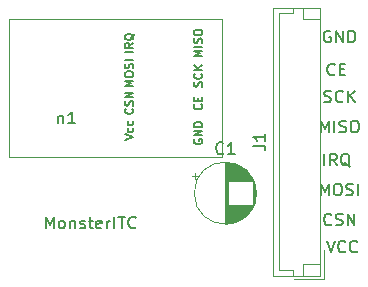
<source format=gto>
G04 #@! TF.GenerationSoftware,KiCad,Pcbnew,(5.1.2)-2*
G04 #@! TF.CreationDate,2019-10-27T10:23:34-10:00*
G04 #@! TF.ProjectId,nrf24,6e726632-342e-46b6-9963-61645f706362,rev?*
G04 #@! TF.SameCoordinates,Original*
G04 #@! TF.FileFunction,Legend,Top*
G04 #@! TF.FilePolarity,Positive*
%FSLAX45Y45*%
G04 Gerber Fmt 4.5, Leading zero omitted, Abs format (unit mm)*
G04 Created by KiCad (PCBNEW (5.1.2)-2) date 2019-10-27 10:23:34*
%MOMM*%
%LPD*%
G04 APERTURE LIST*
%ADD10C,0.150000*%
%ADD11C,0.120000*%
G04 APERTURE END LIST*
D10*
X13430267Y-8022438D02*
X13463600Y-8122438D01*
X13496933Y-8022438D01*
X13587409Y-8112914D02*
X13582648Y-8117676D01*
X13568362Y-8122438D01*
X13558838Y-8122438D01*
X13544552Y-8117676D01*
X13535028Y-8108152D01*
X13530267Y-8098628D01*
X13525505Y-8079581D01*
X13525505Y-8065295D01*
X13530267Y-8046248D01*
X13535028Y-8036724D01*
X13544552Y-8027200D01*
X13558838Y-8022438D01*
X13568362Y-8022438D01*
X13582648Y-8027200D01*
X13587409Y-8031962D01*
X13687409Y-8112914D02*
X13682648Y-8117676D01*
X13668362Y-8122438D01*
X13658838Y-8122438D01*
X13644552Y-8117676D01*
X13635028Y-8108152D01*
X13630267Y-8098628D01*
X13625505Y-8079581D01*
X13625505Y-8065295D01*
X13630267Y-8046248D01*
X13635028Y-8036724D01*
X13644552Y-8027200D01*
X13658838Y-8022438D01*
X13668362Y-8022438D01*
X13682648Y-8027200D01*
X13687409Y-8031962D01*
X13469152Y-7884314D02*
X13464390Y-7889076D01*
X13450105Y-7893838D01*
X13440581Y-7893838D01*
X13426295Y-7889076D01*
X13416771Y-7879552D01*
X13412009Y-7870028D01*
X13407248Y-7850981D01*
X13407248Y-7836695D01*
X13412009Y-7817648D01*
X13416771Y-7808124D01*
X13426295Y-7798600D01*
X13440581Y-7793838D01*
X13450105Y-7793838D01*
X13464390Y-7798600D01*
X13469152Y-7803362D01*
X13507248Y-7889076D02*
X13521533Y-7893838D01*
X13545343Y-7893838D01*
X13554867Y-7889076D01*
X13559628Y-7884314D01*
X13564390Y-7874790D01*
X13564390Y-7865267D01*
X13559628Y-7855743D01*
X13554867Y-7850981D01*
X13545343Y-7846219D01*
X13526295Y-7841457D01*
X13516771Y-7836695D01*
X13512009Y-7831933D01*
X13507248Y-7822409D01*
X13507248Y-7812886D01*
X13512009Y-7803362D01*
X13516771Y-7798600D01*
X13526295Y-7793838D01*
X13550105Y-7793838D01*
X13564390Y-7798600D01*
X13607248Y-7893838D02*
X13607248Y-7793838D01*
X13664390Y-7893838D01*
X13664390Y-7793838D01*
X13381057Y-7639838D02*
X13381057Y-7539838D01*
X13414390Y-7611267D01*
X13447724Y-7539838D01*
X13447724Y-7639838D01*
X13514390Y-7539838D02*
X13533438Y-7539838D01*
X13542962Y-7544600D01*
X13552486Y-7554124D01*
X13557248Y-7573171D01*
X13557248Y-7606505D01*
X13552486Y-7625552D01*
X13542962Y-7635076D01*
X13533438Y-7639838D01*
X13514390Y-7639838D01*
X13504867Y-7635076D01*
X13495343Y-7625552D01*
X13490581Y-7606505D01*
X13490581Y-7573171D01*
X13495343Y-7554124D01*
X13504867Y-7544600D01*
X13514390Y-7539838D01*
X13595343Y-7635076D02*
X13609628Y-7639838D01*
X13633438Y-7639838D01*
X13642962Y-7635076D01*
X13647724Y-7630314D01*
X13652486Y-7620790D01*
X13652486Y-7611267D01*
X13647724Y-7601743D01*
X13642962Y-7596981D01*
X13633438Y-7592219D01*
X13614390Y-7587457D01*
X13604867Y-7582695D01*
X13600105Y-7577933D01*
X13595343Y-7568409D01*
X13595343Y-7558886D01*
X13600105Y-7549362D01*
X13604867Y-7544600D01*
X13614390Y-7539838D01*
X13638200Y-7539838D01*
X13652486Y-7544600D01*
X13695343Y-7639838D02*
X13695343Y-7539838D01*
X13410419Y-7385838D02*
X13410419Y-7285838D01*
X13515181Y-7385838D02*
X13481848Y-7338219D01*
X13458038Y-7385838D02*
X13458038Y-7285838D01*
X13496133Y-7285838D01*
X13505657Y-7290600D01*
X13510419Y-7295362D01*
X13515181Y-7304886D01*
X13515181Y-7319171D01*
X13510419Y-7328695D01*
X13505657Y-7333457D01*
X13496133Y-7338219D01*
X13458038Y-7338219D01*
X13624705Y-7395362D02*
X13615181Y-7390600D01*
X13605657Y-7381076D01*
X13591371Y-7366790D01*
X13581848Y-7362028D01*
X13572324Y-7362028D01*
X13577086Y-7385838D02*
X13567562Y-7381076D01*
X13558038Y-7371552D01*
X13553276Y-7352505D01*
X13553276Y-7319171D01*
X13558038Y-7300124D01*
X13567562Y-7290600D01*
X13577086Y-7285838D01*
X13596133Y-7285838D01*
X13605657Y-7290600D01*
X13615181Y-7300124D01*
X13619943Y-7319171D01*
X13619943Y-7352505D01*
X13615181Y-7371552D01*
X13605657Y-7381076D01*
X13596133Y-7385838D01*
X13577086Y-7385838D01*
X13381057Y-7106438D02*
X13381057Y-7006438D01*
X13414390Y-7077867D01*
X13447724Y-7006438D01*
X13447724Y-7106438D01*
X13495343Y-7106438D02*
X13495343Y-7006438D01*
X13538200Y-7101676D02*
X13552486Y-7106438D01*
X13576295Y-7106438D01*
X13585819Y-7101676D01*
X13590581Y-7096914D01*
X13595343Y-7087390D01*
X13595343Y-7077867D01*
X13590581Y-7068343D01*
X13585819Y-7063581D01*
X13576295Y-7058819D01*
X13557248Y-7054057D01*
X13547724Y-7049295D01*
X13542962Y-7044533D01*
X13538200Y-7035009D01*
X13538200Y-7025486D01*
X13542962Y-7015962D01*
X13547724Y-7011200D01*
X13557248Y-7006438D01*
X13581057Y-7006438D01*
X13595343Y-7011200D01*
X13657248Y-7006438D02*
X13676295Y-7006438D01*
X13685819Y-7011200D01*
X13695343Y-7020724D01*
X13700105Y-7039771D01*
X13700105Y-7073105D01*
X13695343Y-7092152D01*
X13685819Y-7101676D01*
X13676295Y-7106438D01*
X13657248Y-7106438D01*
X13647724Y-7101676D01*
X13638200Y-7092152D01*
X13633438Y-7073105D01*
X13633438Y-7039771D01*
X13638200Y-7020724D01*
X13647724Y-7011200D01*
X13657248Y-7006438D01*
X13409628Y-6847676D02*
X13423914Y-6852438D01*
X13447724Y-6852438D01*
X13457248Y-6847676D01*
X13462009Y-6842914D01*
X13466771Y-6833390D01*
X13466771Y-6823867D01*
X13462009Y-6814343D01*
X13457248Y-6809581D01*
X13447724Y-6804819D01*
X13428676Y-6800057D01*
X13419152Y-6795295D01*
X13414390Y-6790533D01*
X13409628Y-6781009D01*
X13409628Y-6771486D01*
X13414390Y-6761962D01*
X13419152Y-6757200D01*
X13428676Y-6752438D01*
X13452486Y-6752438D01*
X13466771Y-6757200D01*
X13566771Y-6842914D02*
X13562009Y-6847676D01*
X13547724Y-6852438D01*
X13538200Y-6852438D01*
X13523914Y-6847676D01*
X13514390Y-6838152D01*
X13509628Y-6828628D01*
X13504867Y-6809581D01*
X13504867Y-6795295D01*
X13509628Y-6776248D01*
X13514390Y-6766724D01*
X13523914Y-6757200D01*
X13538200Y-6752438D01*
X13547724Y-6752438D01*
X13562009Y-6757200D01*
X13566771Y-6761962D01*
X13609628Y-6852438D02*
X13609628Y-6752438D01*
X13666771Y-6852438D02*
X13623914Y-6795295D01*
X13666771Y-6752438D02*
X13609628Y-6809581D01*
X13498514Y-6614314D02*
X13493752Y-6619076D01*
X13479467Y-6623838D01*
X13469943Y-6623838D01*
X13455657Y-6619076D01*
X13446133Y-6609552D01*
X13441371Y-6600028D01*
X13436609Y-6580981D01*
X13436609Y-6566695D01*
X13441371Y-6547648D01*
X13446133Y-6538124D01*
X13455657Y-6528600D01*
X13469943Y-6523838D01*
X13479467Y-6523838D01*
X13493752Y-6528600D01*
X13498514Y-6533362D01*
X13541371Y-6571457D02*
X13574705Y-6571457D01*
X13588990Y-6623838D02*
X13541371Y-6623838D01*
X13541371Y-6523838D01*
X13588990Y-6523838D01*
X13462009Y-6249200D02*
X13452486Y-6244438D01*
X13438200Y-6244438D01*
X13423914Y-6249200D01*
X13414390Y-6258724D01*
X13409628Y-6268248D01*
X13404867Y-6287295D01*
X13404867Y-6301581D01*
X13409628Y-6320628D01*
X13414390Y-6330152D01*
X13423914Y-6339676D01*
X13438200Y-6344438D01*
X13447724Y-6344438D01*
X13462009Y-6339676D01*
X13466771Y-6334914D01*
X13466771Y-6301581D01*
X13447724Y-6301581D01*
X13509628Y-6344438D02*
X13509628Y-6244438D01*
X13566771Y-6344438D01*
X13566771Y-6244438D01*
X13614390Y-6344438D02*
X13614390Y-6244438D01*
X13638200Y-6244438D01*
X13652486Y-6249200D01*
X13662009Y-6258724D01*
X13666771Y-6268248D01*
X13671533Y-6287295D01*
X13671533Y-6301581D01*
X13666771Y-6320628D01*
X13662009Y-6330152D01*
X13652486Y-6339676D01*
X13638200Y-6344438D01*
X13614390Y-6344438D01*
X11051429Y-7919238D02*
X11051429Y-7819238D01*
X11084762Y-7890667D01*
X11118095Y-7819238D01*
X11118095Y-7919238D01*
X11180000Y-7919238D02*
X11170476Y-7914476D01*
X11165714Y-7909714D01*
X11160952Y-7900190D01*
X11160952Y-7871619D01*
X11165714Y-7862095D01*
X11170476Y-7857333D01*
X11180000Y-7852571D01*
X11194286Y-7852571D01*
X11203809Y-7857333D01*
X11208571Y-7862095D01*
X11213333Y-7871619D01*
X11213333Y-7900190D01*
X11208571Y-7909714D01*
X11203809Y-7914476D01*
X11194286Y-7919238D01*
X11180000Y-7919238D01*
X11256190Y-7852571D02*
X11256190Y-7919238D01*
X11256190Y-7862095D02*
X11260952Y-7857333D01*
X11270476Y-7852571D01*
X11284762Y-7852571D01*
X11294286Y-7857333D01*
X11299048Y-7866857D01*
X11299048Y-7919238D01*
X11341905Y-7914476D02*
X11351428Y-7919238D01*
X11370476Y-7919238D01*
X11380000Y-7914476D01*
X11384762Y-7904952D01*
X11384762Y-7900190D01*
X11380000Y-7890667D01*
X11370476Y-7885905D01*
X11356190Y-7885905D01*
X11346667Y-7881143D01*
X11341905Y-7871619D01*
X11341905Y-7866857D01*
X11346667Y-7857333D01*
X11356190Y-7852571D01*
X11370476Y-7852571D01*
X11380000Y-7857333D01*
X11413333Y-7852571D02*
X11451428Y-7852571D01*
X11427619Y-7819238D02*
X11427619Y-7904952D01*
X11432381Y-7914476D01*
X11441905Y-7919238D01*
X11451428Y-7919238D01*
X11522857Y-7914476D02*
X11513333Y-7919238D01*
X11494286Y-7919238D01*
X11484762Y-7914476D01*
X11480000Y-7904952D01*
X11480000Y-7866857D01*
X11484762Y-7857333D01*
X11494286Y-7852571D01*
X11513333Y-7852571D01*
X11522857Y-7857333D01*
X11527619Y-7866857D01*
X11527619Y-7876381D01*
X11480000Y-7885905D01*
X11570476Y-7919238D02*
X11570476Y-7852571D01*
X11570476Y-7871619D02*
X11575238Y-7862095D01*
X11580000Y-7857333D01*
X11589524Y-7852571D01*
X11599048Y-7852571D01*
X11632381Y-7919238D02*
X11632381Y-7819238D01*
X11665714Y-7819238D02*
X11722857Y-7819238D01*
X11694286Y-7919238D02*
X11694286Y-7819238D01*
X11813333Y-7909714D02*
X11808571Y-7914476D01*
X11794286Y-7919238D01*
X11784762Y-7919238D01*
X11770476Y-7914476D01*
X11760952Y-7904952D01*
X11756190Y-7895428D01*
X11751428Y-7876381D01*
X11751428Y-7862095D01*
X11756190Y-7843048D01*
X11760952Y-7833524D01*
X11770476Y-7824000D01*
X11784762Y-7819238D01*
X11794286Y-7819238D01*
X11808571Y-7824000D01*
X11813333Y-7828762D01*
D11*
X12973500Y-8321500D02*
X13375500Y-8321500D01*
X13375500Y-8321500D02*
X13375500Y-6049500D01*
X13375500Y-6049500D02*
X12973500Y-6049500D01*
X12973500Y-6049500D02*
X12973500Y-8321500D01*
X13144500Y-8321500D02*
X13144500Y-8271500D01*
X13144500Y-8271500D02*
X13023500Y-8271500D01*
X13023500Y-8271500D02*
X13023500Y-6099500D01*
X13023500Y-6099500D02*
X13144500Y-6099500D01*
X13144500Y-6099500D02*
X13144500Y-6049500D01*
X13225500Y-8321500D02*
X13225500Y-8221500D01*
X13225500Y-8221500D02*
X13375500Y-8221500D01*
X13225500Y-6049500D02*
X13225500Y-6149500D01*
X13225500Y-6149500D02*
X13375500Y-6149500D01*
X13155500Y-8351500D02*
X13405500Y-8351500D01*
X13405500Y-8351500D02*
X13405500Y-8101500D01*
X10744200Y-6146800D02*
X10744200Y-7315200D01*
X10744200Y-7315200D02*
X12471400Y-7315200D01*
X12471400Y-7315200D02*
X12547600Y-7315200D01*
X12547600Y-7315200D02*
X12547600Y-6146800D01*
X12547600Y-6146800D02*
X10744200Y-6146800D01*
X12833000Y-7620000D02*
G75*
G03X12833000Y-7620000I-262000J0D01*
G01*
X12571000Y-7362000D02*
X12571000Y-7878000D01*
X12575000Y-7362000D02*
X12575000Y-7878000D01*
X12579000Y-7362100D02*
X12579000Y-7877900D01*
X12583000Y-7362200D02*
X12583000Y-7877800D01*
X12587000Y-7362400D02*
X12587000Y-7877600D01*
X12591000Y-7362700D02*
X12591000Y-7877300D01*
X12595000Y-7363100D02*
X12595000Y-7516000D01*
X12595000Y-7724000D02*
X12595000Y-7876900D01*
X12599000Y-7363500D02*
X12599000Y-7516000D01*
X12599000Y-7724000D02*
X12599000Y-7876500D01*
X12603000Y-7363900D02*
X12603000Y-7516000D01*
X12603000Y-7724000D02*
X12603000Y-7876100D01*
X12607000Y-7364400D02*
X12607000Y-7516000D01*
X12607000Y-7724000D02*
X12607000Y-7875600D01*
X12611000Y-7365000D02*
X12611000Y-7516000D01*
X12611000Y-7724000D02*
X12611000Y-7875000D01*
X12615000Y-7365700D02*
X12615000Y-7516000D01*
X12615000Y-7724000D02*
X12615000Y-7874300D01*
X12619000Y-7366400D02*
X12619000Y-7516000D01*
X12619000Y-7724000D02*
X12619000Y-7873600D01*
X12623000Y-7367200D02*
X12623000Y-7516000D01*
X12623000Y-7724000D02*
X12623000Y-7872800D01*
X12627000Y-7368000D02*
X12627000Y-7516000D01*
X12627000Y-7724000D02*
X12627000Y-7872000D01*
X12631000Y-7368900D02*
X12631000Y-7516000D01*
X12631000Y-7724000D02*
X12631000Y-7871100D01*
X12635000Y-7369900D02*
X12635000Y-7516000D01*
X12635000Y-7724000D02*
X12635000Y-7870100D01*
X12639000Y-7370900D02*
X12639000Y-7516000D01*
X12639000Y-7724000D02*
X12639000Y-7869100D01*
X12643100Y-7372000D02*
X12643100Y-7516000D01*
X12643100Y-7724000D02*
X12643100Y-7868000D01*
X12647100Y-7373200D02*
X12647100Y-7516000D01*
X12647100Y-7724000D02*
X12647100Y-7866800D01*
X12651100Y-7374500D02*
X12651100Y-7516000D01*
X12651100Y-7724000D02*
X12651100Y-7865500D01*
X12655100Y-7375800D02*
X12655100Y-7516000D01*
X12655100Y-7724000D02*
X12655100Y-7864200D01*
X12659100Y-7377200D02*
X12659100Y-7516000D01*
X12659100Y-7724000D02*
X12659100Y-7862800D01*
X12663100Y-7378600D02*
X12663100Y-7516000D01*
X12663100Y-7724000D02*
X12663100Y-7861400D01*
X12667100Y-7380200D02*
X12667100Y-7516000D01*
X12667100Y-7724000D02*
X12667100Y-7859800D01*
X12671100Y-7381800D02*
X12671100Y-7516000D01*
X12671100Y-7724000D02*
X12671100Y-7858200D01*
X12675100Y-7383500D02*
X12675100Y-7516000D01*
X12675100Y-7724000D02*
X12675100Y-7856500D01*
X12679100Y-7385200D02*
X12679100Y-7516000D01*
X12679100Y-7724000D02*
X12679100Y-7854800D01*
X12683100Y-7387100D02*
X12683100Y-7516000D01*
X12683100Y-7724000D02*
X12683100Y-7852900D01*
X12687100Y-7389000D02*
X12687100Y-7516000D01*
X12687100Y-7724000D02*
X12687100Y-7851000D01*
X12691100Y-7391000D02*
X12691100Y-7516000D01*
X12691100Y-7724000D02*
X12691100Y-7849000D01*
X12695100Y-7393200D02*
X12695100Y-7516000D01*
X12695100Y-7724000D02*
X12695100Y-7846800D01*
X12699100Y-7395300D02*
X12699100Y-7516000D01*
X12699100Y-7724000D02*
X12699100Y-7844700D01*
X12703100Y-7397600D02*
X12703100Y-7516000D01*
X12703100Y-7724000D02*
X12703100Y-7842400D01*
X12707100Y-7400000D02*
X12707100Y-7516000D01*
X12707100Y-7724000D02*
X12707100Y-7840000D01*
X12711100Y-7402500D02*
X12711100Y-7516000D01*
X12711100Y-7724000D02*
X12711100Y-7837500D01*
X12715100Y-7405100D02*
X12715100Y-7516000D01*
X12715100Y-7724000D02*
X12715100Y-7834900D01*
X12719100Y-7407800D02*
X12719100Y-7516000D01*
X12719100Y-7724000D02*
X12719100Y-7832200D01*
X12723100Y-7410500D02*
X12723100Y-7516000D01*
X12723100Y-7724000D02*
X12723100Y-7829500D01*
X12727100Y-7413500D02*
X12727100Y-7516000D01*
X12727100Y-7724000D02*
X12727100Y-7826500D01*
X12731100Y-7416500D02*
X12731100Y-7516000D01*
X12731100Y-7724000D02*
X12731100Y-7823500D01*
X12735100Y-7419600D02*
X12735100Y-7516000D01*
X12735100Y-7724000D02*
X12735100Y-7820400D01*
X12739100Y-7422900D02*
X12739100Y-7516000D01*
X12739100Y-7724000D02*
X12739100Y-7817100D01*
X12743100Y-7426300D02*
X12743100Y-7516000D01*
X12743100Y-7724000D02*
X12743100Y-7813700D01*
X12747100Y-7429900D02*
X12747100Y-7516000D01*
X12747100Y-7724000D02*
X12747100Y-7810100D01*
X12751100Y-7433600D02*
X12751100Y-7516000D01*
X12751100Y-7724000D02*
X12751100Y-7806400D01*
X12755100Y-7437400D02*
X12755100Y-7516000D01*
X12755100Y-7724000D02*
X12755100Y-7802600D01*
X12759100Y-7441500D02*
X12759100Y-7516000D01*
X12759100Y-7724000D02*
X12759100Y-7798500D01*
X12763100Y-7445700D02*
X12763100Y-7516000D01*
X12763100Y-7724000D02*
X12763100Y-7794300D01*
X12767100Y-7450100D02*
X12767100Y-7516000D01*
X12767100Y-7724000D02*
X12767100Y-7789900D01*
X12771100Y-7454700D02*
X12771100Y-7516000D01*
X12771100Y-7724000D02*
X12771100Y-7785300D01*
X12775100Y-7459500D02*
X12775100Y-7516000D01*
X12775100Y-7724000D02*
X12775100Y-7780500D01*
X12779100Y-7464600D02*
X12779100Y-7516000D01*
X12779100Y-7724000D02*
X12779100Y-7775400D01*
X12783100Y-7470000D02*
X12783100Y-7516000D01*
X12783100Y-7724000D02*
X12783100Y-7770000D01*
X12787100Y-7475700D02*
X12787100Y-7516000D01*
X12787100Y-7724000D02*
X12787100Y-7764300D01*
X12791100Y-7481700D02*
X12791100Y-7516000D01*
X12791100Y-7724000D02*
X12791100Y-7758300D01*
X12795100Y-7488100D02*
X12795100Y-7516000D01*
X12795100Y-7724000D02*
X12795100Y-7751900D01*
X12799100Y-7494900D02*
X12799100Y-7516000D01*
X12799100Y-7724000D02*
X12799100Y-7745100D01*
X12803100Y-7502200D02*
X12803100Y-7737800D01*
X12807100Y-7510200D02*
X12807100Y-7729800D01*
X12811100Y-7518900D02*
X12811100Y-7721100D01*
X12815100Y-7528500D02*
X12815100Y-7711500D01*
X12819100Y-7539500D02*
X12819100Y-7700500D01*
X12823100Y-7552300D02*
X12823100Y-7687700D01*
X12827100Y-7568200D02*
X12827100Y-7671800D01*
X12831100Y-7591600D02*
X12831100Y-7648400D01*
X12290522Y-7472500D02*
X12340522Y-7472500D01*
X12315522Y-7447500D02*
X12315522Y-7497500D01*
D10*
X12809738Y-7218833D02*
X12881167Y-7218833D01*
X12895452Y-7223595D01*
X12904976Y-7233119D01*
X12909738Y-7247405D01*
X12909738Y-7256928D01*
X12909738Y-7118833D02*
X12909738Y-7175976D01*
X12909738Y-7147405D02*
X12809738Y-7147405D01*
X12824024Y-7156928D01*
X12833548Y-7166452D01*
X12838309Y-7175976D01*
X11157752Y-6963571D02*
X11157752Y-7030238D01*
X11157752Y-6973095D02*
X11162514Y-6968333D01*
X11172038Y-6963571D01*
X11186324Y-6963571D01*
X11195848Y-6968333D01*
X11200609Y-6977857D01*
X11200609Y-7030238D01*
X11300609Y-7030238D02*
X11243467Y-7030238D01*
X11272038Y-7030238D02*
X11272038Y-6930238D01*
X11262514Y-6944524D01*
X11252990Y-6954048D01*
X11243467Y-6958809D01*
X12309400Y-7165333D02*
X12306067Y-7172000D01*
X12306067Y-7182000D01*
X12309400Y-7192000D01*
X12316067Y-7198667D01*
X12322733Y-7202000D01*
X12336067Y-7205333D01*
X12346067Y-7205333D01*
X12359400Y-7202000D01*
X12366067Y-7198667D01*
X12372733Y-7192000D01*
X12376067Y-7182000D01*
X12376067Y-7175333D01*
X12372733Y-7165333D01*
X12369400Y-7162000D01*
X12346067Y-7162000D01*
X12346067Y-7175333D01*
X12376067Y-7132000D02*
X12306067Y-7132000D01*
X12376067Y-7092000D01*
X12306067Y-7092000D01*
X12376067Y-7058667D02*
X12306067Y-7058667D01*
X12306067Y-7042000D01*
X12309400Y-7032000D01*
X12316067Y-7025333D01*
X12322733Y-7022000D01*
X12336067Y-7018667D01*
X12346067Y-7018667D01*
X12359400Y-7022000D01*
X12366067Y-7025333D01*
X12372733Y-7032000D01*
X12376067Y-7042000D01*
X12376067Y-7058667D01*
X12369400Y-6868000D02*
X12372733Y-6871333D01*
X12376067Y-6881333D01*
X12376067Y-6888000D01*
X12372733Y-6898000D01*
X12366067Y-6904667D01*
X12359400Y-6908000D01*
X12346067Y-6911333D01*
X12336067Y-6911333D01*
X12322733Y-6908000D01*
X12316067Y-6904667D01*
X12309400Y-6898000D01*
X12306067Y-6888000D01*
X12306067Y-6881333D01*
X12309400Y-6871333D01*
X12312733Y-6868000D01*
X12339400Y-6838000D02*
X12339400Y-6814667D01*
X12376067Y-6804667D02*
X12376067Y-6838000D01*
X12306067Y-6838000D01*
X12306067Y-6804667D01*
X12372733Y-6719400D02*
X12376067Y-6709400D01*
X12376067Y-6692733D01*
X12372733Y-6686067D01*
X12369400Y-6682733D01*
X12362733Y-6679400D01*
X12356067Y-6679400D01*
X12349400Y-6682733D01*
X12346067Y-6686067D01*
X12342733Y-6692733D01*
X12339400Y-6706067D01*
X12336067Y-6712733D01*
X12332733Y-6716067D01*
X12326067Y-6719400D01*
X12319400Y-6719400D01*
X12312733Y-6716067D01*
X12309400Y-6712733D01*
X12306067Y-6706067D01*
X12306067Y-6689400D01*
X12309400Y-6679400D01*
X12369400Y-6609400D02*
X12372733Y-6612733D01*
X12376067Y-6622733D01*
X12376067Y-6629400D01*
X12372733Y-6639400D01*
X12366067Y-6646067D01*
X12359400Y-6649400D01*
X12346067Y-6652733D01*
X12336067Y-6652733D01*
X12322733Y-6649400D01*
X12316067Y-6646067D01*
X12309400Y-6639400D01*
X12306067Y-6629400D01*
X12306067Y-6622733D01*
X12309400Y-6612733D01*
X12312733Y-6609400D01*
X12376067Y-6579400D02*
X12306067Y-6579400D01*
X12376067Y-6539400D02*
X12336067Y-6569400D01*
X12306067Y-6539400D02*
X12346067Y-6579400D01*
X12376067Y-6460000D02*
X12306067Y-6460000D01*
X12356067Y-6436667D01*
X12306067Y-6413333D01*
X12376067Y-6413333D01*
X12376067Y-6380000D02*
X12306067Y-6380000D01*
X12372733Y-6350000D02*
X12376067Y-6340000D01*
X12376067Y-6323333D01*
X12372733Y-6316667D01*
X12369400Y-6313333D01*
X12362733Y-6310000D01*
X12356067Y-6310000D01*
X12349400Y-6313333D01*
X12346067Y-6316667D01*
X12342733Y-6323333D01*
X12339400Y-6336667D01*
X12336067Y-6343333D01*
X12332733Y-6346667D01*
X12326067Y-6350000D01*
X12319400Y-6350000D01*
X12312733Y-6346667D01*
X12309400Y-6343333D01*
X12306067Y-6336667D01*
X12306067Y-6320000D01*
X12309400Y-6310000D01*
X12306067Y-6266667D02*
X12306067Y-6253333D01*
X12309400Y-6246667D01*
X12316067Y-6240000D01*
X12329400Y-6236667D01*
X12352733Y-6236667D01*
X12366067Y-6240000D01*
X12372733Y-6246667D01*
X12376067Y-6253333D01*
X12376067Y-6266667D01*
X12372733Y-6273333D01*
X12366067Y-6280000D01*
X12352733Y-6283333D01*
X12329400Y-6283333D01*
X12316067Y-6280000D01*
X12309400Y-6273333D01*
X12306067Y-6266667D01*
X11721867Y-7169933D02*
X11791867Y-7146600D01*
X11721867Y-7123267D01*
X11788533Y-7069933D02*
X11791867Y-7076600D01*
X11791867Y-7089933D01*
X11788533Y-7096600D01*
X11785200Y-7099933D01*
X11778533Y-7103267D01*
X11758533Y-7103267D01*
X11751867Y-7099933D01*
X11748533Y-7096600D01*
X11745200Y-7089933D01*
X11745200Y-7076600D01*
X11748533Y-7069933D01*
X11788533Y-7009933D02*
X11791867Y-7016600D01*
X11791867Y-7029933D01*
X11788533Y-7036600D01*
X11785200Y-7039933D01*
X11778533Y-7043267D01*
X11758533Y-7043267D01*
X11751867Y-7039933D01*
X11748533Y-7036600D01*
X11745200Y-7029933D01*
X11745200Y-7016600D01*
X11748533Y-7009933D01*
X11785200Y-6906333D02*
X11788533Y-6909667D01*
X11791867Y-6919667D01*
X11791867Y-6926333D01*
X11788533Y-6936333D01*
X11781867Y-6943000D01*
X11775200Y-6946333D01*
X11761867Y-6949667D01*
X11751867Y-6949667D01*
X11738533Y-6946333D01*
X11731867Y-6943000D01*
X11725200Y-6936333D01*
X11721867Y-6926333D01*
X11721867Y-6919667D01*
X11725200Y-6909667D01*
X11728533Y-6906333D01*
X11788533Y-6879667D02*
X11791867Y-6869667D01*
X11791867Y-6853000D01*
X11788533Y-6846333D01*
X11785200Y-6843000D01*
X11778533Y-6839667D01*
X11771867Y-6839667D01*
X11765200Y-6843000D01*
X11761867Y-6846333D01*
X11758533Y-6853000D01*
X11755200Y-6866333D01*
X11751867Y-6873000D01*
X11748533Y-6876333D01*
X11741867Y-6879667D01*
X11735200Y-6879667D01*
X11728533Y-6876333D01*
X11725200Y-6873000D01*
X11721867Y-6866333D01*
X11721867Y-6849667D01*
X11725200Y-6839667D01*
X11791867Y-6809667D02*
X11721867Y-6809667D01*
X11791867Y-6769667D01*
X11721867Y-6769667D01*
X11791867Y-6714000D02*
X11721867Y-6714000D01*
X11771867Y-6690667D01*
X11721867Y-6667333D01*
X11791867Y-6667333D01*
X11721867Y-6620667D02*
X11721867Y-6607333D01*
X11725200Y-6600667D01*
X11731867Y-6594000D01*
X11745200Y-6590667D01*
X11768533Y-6590667D01*
X11781867Y-6594000D01*
X11788533Y-6600667D01*
X11791867Y-6607333D01*
X11791867Y-6620667D01*
X11788533Y-6627333D01*
X11781867Y-6634000D01*
X11768533Y-6637333D01*
X11745200Y-6637333D01*
X11731867Y-6634000D01*
X11725200Y-6627333D01*
X11721867Y-6620667D01*
X11788533Y-6564000D02*
X11791867Y-6554000D01*
X11791867Y-6537333D01*
X11788533Y-6530667D01*
X11785200Y-6527333D01*
X11778533Y-6524000D01*
X11771867Y-6524000D01*
X11765200Y-6527333D01*
X11761867Y-6530667D01*
X11758533Y-6537333D01*
X11755200Y-6550667D01*
X11751867Y-6557333D01*
X11748533Y-6560667D01*
X11741867Y-6564000D01*
X11735200Y-6564000D01*
X11728533Y-6560667D01*
X11725200Y-6557333D01*
X11721867Y-6550667D01*
X11721867Y-6534000D01*
X11725200Y-6524000D01*
X11791867Y-6494000D02*
X11721867Y-6494000D01*
X11791867Y-6421667D02*
X11721867Y-6421667D01*
X11791867Y-6348333D02*
X11758533Y-6371667D01*
X11791867Y-6388333D02*
X11721867Y-6388333D01*
X11721867Y-6361667D01*
X11725200Y-6355000D01*
X11728533Y-6351667D01*
X11735200Y-6348333D01*
X11745200Y-6348333D01*
X11751867Y-6351667D01*
X11755200Y-6355000D01*
X11758533Y-6361667D01*
X11758533Y-6388333D01*
X11798533Y-6271667D02*
X11795200Y-6278333D01*
X11788533Y-6285000D01*
X11778533Y-6295000D01*
X11775200Y-6301667D01*
X11775200Y-6308333D01*
X11791867Y-6305000D02*
X11788533Y-6311667D01*
X11781867Y-6318333D01*
X11768533Y-6321667D01*
X11745200Y-6321667D01*
X11731867Y-6318333D01*
X11725200Y-6311667D01*
X11721867Y-6305000D01*
X11721867Y-6291667D01*
X11725200Y-6285000D01*
X11731867Y-6278333D01*
X11745200Y-6275000D01*
X11768533Y-6275000D01*
X11781867Y-6278333D01*
X11788533Y-6285000D01*
X11791867Y-6291667D01*
X11791867Y-6305000D01*
X12554333Y-7280714D02*
X12549571Y-7285476D01*
X12535286Y-7290238D01*
X12525762Y-7290238D01*
X12511476Y-7285476D01*
X12501952Y-7275952D01*
X12497190Y-7266428D01*
X12492428Y-7247381D01*
X12492428Y-7233095D01*
X12497190Y-7214048D01*
X12501952Y-7204524D01*
X12511476Y-7195000D01*
X12525762Y-7190238D01*
X12535286Y-7190238D01*
X12549571Y-7195000D01*
X12554333Y-7199762D01*
X12649571Y-7290238D02*
X12592428Y-7290238D01*
X12621000Y-7290238D02*
X12621000Y-7190238D01*
X12611476Y-7204524D01*
X12601952Y-7214048D01*
X12592428Y-7218809D01*
M02*

</source>
